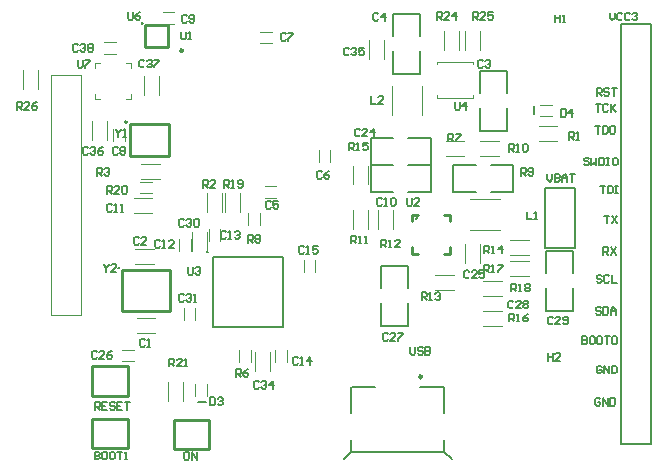
<source format=gto>
G04 Layer_Color=65535*
%FSLAX25Y25*%
%MOIN*%
G70*
G01*
G75*
%ADD42C,0.00800*%
%ADD45C,0.01000*%
%ADD48C,0.00700*%
%ADD85C,0.00984*%
%ADD86C,0.00500*%
%ADD87C,0.00472*%
%ADD88C,0.00787*%
%ADD89C,0.00600*%
D42*
X66200Y19700D02*
X68900D01*
X178200Y115600D02*
Y118300D01*
D45*
X69458Y69684D02*
G03*
X69458Y69684I-139J0D01*
G01*
X39897Y64342D02*
G03*
X39897Y64342I-220J0D01*
G01*
X42637Y113062D02*
G03*
X42637Y113062I-278J0D01*
G01*
X139200Y80917D02*
G03*
X139200Y80917I-220J0D01*
G01*
X61244Y136869D02*
G03*
X61244Y136869I-406J0D01*
G01*
X47776Y145932D02*
G03*
X47776Y145932I-98J0D01*
G01*
X31095Y21779D02*
Y31621D01*
X42906Y21779D02*
Y31621D01*
X31095Y21779D02*
X42906D01*
X31095Y31621D02*
X42906D01*
X58294Y3979D02*
Y13821D01*
X70105Y3979D02*
Y13821D01*
X58294Y3979D02*
X70105D01*
X58294Y13821D02*
X70105D01*
X40957Y50070D02*
Y63653D01*
Y50070D02*
X57098D01*
Y63653D01*
X40957D02*
X57098D01*
X43539Y101645D02*
Y112373D01*
Y101645D02*
X56827D01*
Y112373D01*
X43539D02*
X56827D01*
X150398Y69105D02*
Y71271D01*
X148429Y82196D02*
X150398D01*
Y80129D02*
Y82196D01*
X148429Y69105D02*
X150398D01*
X137701Y69204D02*
X139669D01*
X137602Y69302D02*
Y71271D01*
Y80129D02*
Y82196D01*
X139669D01*
X31095Y4279D02*
Y14121D01*
X42906Y4279D02*
Y14121D01*
X31095Y4279D02*
X42906D01*
X31095Y14121D02*
X42906D01*
X48760Y145243D02*
X56240D01*
X48760Y138157D02*
X56240D01*
X48760D02*
Y145243D01*
X56240Y138157D02*
Y145243D01*
D48*
X137100Y37999D02*
Y35917D01*
X137516Y35500D01*
X138350D01*
X138766Y35917D01*
Y37999D01*
X141265Y37583D02*
X140849Y37999D01*
X140016D01*
X139599Y37583D01*
Y37166D01*
X140016Y36750D01*
X140849D01*
X141265Y36333D01*
Y35917D01*
X140849Y35500D01*
X140016D01*
X139599Y35917D01*
X142098Y37999D02*
Y35500D01*
X143348D01*
X143764Y35917D01*
Y36333D01*
X143348Y36750D01*
X142098D01*
X143348D01*
X143764Y37166D01*
Y37583D01*
X143348Y37999D01*
X142098D01*
X48666Y40283D02*
X48250Y40699D01*
X47416D01*
X47000Y40283D01*
Y38616D01*
X47416Y38200D01*
X48250D01*
X48666Y38616D01*
X49499Y38200D02*
X50332D01*
X49916D01*
Y40699D01*
X49499Y40283D01*
X46666Y74283D02*
X46250Y74699D01*
X45417D01*
X45000Y74283D01*
Y72616D01*
X45417Y72200D01*
X46250D01*
X46666Y72616D01*
X49165Y72200D02*
X47499D01*
X49165Y73866D01*
Y74283D01*
X48749Y74699D01*
X47916D01*
X47499Y74283D01*
X161266Y133283D02*
X160850Y133699D01*
X160017D01*
X159600Y133283D01*
Y131616D01*
X160017Y131200D01*
X160850D01*
X161266Y131616D01*
X162099Y133283D02*
X162516Y133699D01*
X163349D01*
X163765Y133283D01*
Y132866D01*
X163349Y132450D01*
X162932D01*
X163349D01*
X163765Y132033D01*
Y131616D01*
X163349Y131200D01*
X162516D01*
X162099Y131616D01*
X126466Y148983D02*
X126050Y149399D01*
X125216D01*
X124800Y148983D01*
Y147317D01*
X125216Y146900D01*
X126050D01*
X126466Y147317D01*
X128549Y146900D02*
Y149399D01*
X127299Y148150D01*
X128965D01*
X90666Y86283D02*
X90250Y86699D01*
X89416D01*
X89000Y86283D01*
Y84617D01*
X89416Y84200D01*
X90250D01*
X90666Y84617D01*
X93165Y86699D02*
X91499D01*
Y85450D01*
X92332Y85866D01*
X92749D01*
X93165Y85450D01*
Y84617D01*
X92749Y84200D01*
X91916D01*
X91499Y84617D01*
X107666Y96283D02*
X107250Y96699D01*
X106416D01*
X106000Y96283D01*
Y94617D01*
X106416Y94200D01*
X107250D01*
X107666Y94617D01*
X110165Y96699D02*
X109332Y96283D01*
X108499Y95450D01*
Y94617D01*
X108916Y94200D01*
X109749D01*
X110165Y94617D01*
Y95033D01*
X109749Y95450D01*
X108499D01*
X95666Y142283D02*
X95250Y142699D01*
X94416D01*
X94000Y142283D01*
Y140617D01*
X94416Y140200D01*
X95250D01*
X95666Y140617D01*
X96499Y142699D02*
X98165D01*
Y142283D01*
X96499Y140617D01*
Y140200D01*
X39666Y104283D02*
X39250Y104699D01*
X38416D01*
X38000Y104283D01*
Y102617D01*
X38416Y102200D01*
X39250D01*
X39666Y102617D01*
X40499Y104283D02*
X40916Y104699D01*
X41749D01*
X42165Y104283D01*
Y103866D01*
X41749Y103450D01*
X42165Y103033D01*
Y102617D01*
X41749Y102200D01*
X40916D01*
X40499Y102617D01*
Y103033D01*
X40916Y103450D01*
X40499Y103866D01*
Y104283D01*
X40916Y103450D02*
X41749D01*
X62666Y148283D02*
X62250Y148699D01*
X61417D01*
X61000Y148283D01*
Y146616D01*
X61417Y146200D01*
X62250D01*
X62666Y146616D01*
X63499D02*
X63916Y146200D01*
X64749D01*
X65165Y146616D01*
Y148283D01*
X64749Y148699D01*
X63916D01*
X63499Y148283D01*
Y147866D01*
X63916Y147450D01*
X65165D01*
X127666Y87283D02*
X127250Y87699D01*
X126417D01*
X126000Y87283D01*
Y85616D01*
X126417Y85200D01*
X127250D01*
X127666Y85616D01*
X128499Y85200D02*
X129332D01*
X128916D01*
Y87699D01*
X128499Y87283D01*
X130582D02*
X130998Y87699D01*
X131831D01*
X132248Y87283D01*
Y85616D01*
X131831Y85200D01*
X130998D01*
X130582Y85616D01*
Y87283D01*
X37666Y85283D02*
X37250Y85699D01*
X36417D01*
X36000Y85283D01*
Y83617D01*
X36417Y83200D01*
X37250D01*
X37666Y83617D01*
X38499Y83200D02*
X39332D01*
X38916D01*
Y85699D01*
X38499Y85283D01*
X40582Y83200D02*
X41415D01*
X40998D01*
Y85699D01*
X40582Y85283D01*
X53666Y73283D02*
X53250Y73699D01*
X52416D01*
X52000Y73283D01*
Y71617D01*
X52416Y71200D01*
X53250D01*
X53666Y71617D01*
X54499Y71200D02*
X55332D01*
X54916D01*
Y73699D01*
X54499Y73283D01*
X58248Y71200D02*
X56582D01*
X58248Y72866D01*
Y73283D01*
X57831Y73699D01*
X56998D01*
X56582Y73283D01*
X75666Y76283D02*
X75250Y76699D01*
X74417D01*
X74000Y76283D01*
Y74616D01*
X74417Y74200D01*
X75250D01*
X75666Y74616D01*
X76499Y74200D02*
X77332D01*
X76916D01*
Y76699D01*
X76499Y76283D01*
X78582D02*
X78998Y76699D01*
X79831D01*
X80248Y76283D01*
Y75866D01*
X79831Y75450D01*
X79415D01*
X79831D01*
X80248Y75033D01*
Y74616D01*
X79831Y74200D01*
X78998D01*
X78582Y74616D01*
X99666Y34283D02*
X99250Y34699D01*
X98417D01*
X98000Y34283D01*
Y32616D01*
X98417Y32200D01*
X99250D01*
X99666Y32616D01*
X100499Y32200D02*
X101332D01*
X100916D01*
Y34699D01*
X100499Y34283D01*
X103831Y32200D02*
Y34699D01*
X102582Y33450D01*
X104248D01*
X101666Y71283D02*
X101250Y71699D01*
X100417D01*
X100000Y71283D01*
Y69617D01*
X100417Y69200D01*
X101250D01*
X101666Y69617D01*
X102499Y69200D02*
X103332D01*
X102916D01*
Y71699D01*
X102499Y71283D01*
X106248Y71699D02*
X104582D01*
Y70450D01*
X105415Y70866D01*
X105831D01*
X106248Y70450D01*
Y69617D01*
X105831Y69200D01*
X104998D01*
X104582Y69617D01*
X120266Y110483D02*
X119850Y110899D01*
X119017D01*
X118600Y110483D01*
Y108817D01*
X119017Y108400D01*
X119850D01*
X120266Y108817D01*
X122765Y108400D02*
X121099D01*
X122765Y110066D01*
Y110483D01*
X122349Y110899D01*
X121516D01*
X121099Y110483D01*
X124848Y108400D02*
Y110899D01*
X123598Y109650D01*
X125265D01*
X156766Y63183D02*
X156350Y63599D01*
X155517D01*
X155100Y63183D01*
Y61516D01*
X155517Y61100D01*
X156350D01*
X156766Y61516D01*
X159265Y61100D02*
X157599D01*
X159265Y62766D01*
Y63183D01*
X158849Y63599D01*
X158016D01*
X157599Y63183D01*
X161765Y63599D02*
X160098D01*
Y62350D01*
X160931Y62766D01*
X161348D01*
X161765Y62350D01*
Y61516D01*
X161348Y61100D01*
X160515D01*
X160098Y61516D01*
X32666Y36283D02*
X32250Y36699D01*
X31416D01*
X31000Y36283D01*
Y34617D01*
X31416Y34200D01*
X32250D01*
X32666Y34617D01*
X35165Y34200D02*
X33499D01*
X35165Y35866D01*
Y36283D01*
X34749Y36699D01*
X33916D01*
X33499Y36283D01*
X37664Y36699D02*
X36831Y36283D01*
X35998Y35450D01*
Y34617D01*
X36415Y34200D01*
X37248D01*
X37664Y34617D01*
Y35033D01*
X37248Y35450D01*
X35998D01*
X129666Y42283D02*
X129250Y42699D01*
X128417D01*
X128000Y42283D01*
Y40617D01*
X128417Y40200D01*
X129250D01*
X129666Y40617D01*
X132165Y40200D02*
X130499D01*
X132165Y41866D01*
Y42283D01*
X131749Y42699D01*
X130916D01*
X130499Y42283D01*
X132998Y42699D02*
X134664D01*
Y42283D01*
X132998Y40617D01*
Y40200D01*
X171466Y53083D02*
X171050Y53499D01*
X170217D01*
X169800Y53083D01*
Y51416D01*
X170217Y51000D01*
X171050D01*
X171466Y51416D01*
X173965Y51000D02*
X172299D01*
X173965Y52666D01*
Y53083D01*
X173549Y53499D01*
X172716D01*
X172299Y53083D01*
X174798D02*
X175215Y53499D01*
X176048D01*
X176464Y53083D01*
Y52666D01*
X176048Y52250D01*
X176464Y51833D01*
Y51416D01*
X176048Y51000D01*
X175215D01*
X174798Y51416D01*
Y51833D01*
X175215Y52250D01*
X174798Y52666D01*
Y53083D01*
X175215Y52250D02*
X176048D01*
X184666Y47783D02*
X184250Y48199D01*
X183416D01*
X183000Y47783D01*
Y46117D01*
X183416Y45700D01*
X184250D01*
X184666Y46117D01*
X187165Y45700D02*
X185499D01*
X187165Y47366D01*
Y47783D01*
X186749Y48199D01*
X185916D01*
X185499Y47783D01*
X187998Y46117D02*
X188415Y45700D01*
X189248D01*
X189664Y46117D01*
Y47783D01*
X189248Y48199D01*
X188415D01*
X187998Y47783D01*
Y47366D01*
X188415Y46950D01*
X189664D01*
X61666Y80283D02*
X61250Y80699D01*
X60417D01*
X60000Y80283D01*
Y78616D01*
X60417Y78200D01*
X61250D01*
X61666Y78616D01*
X62499Y80283D02*
X62916Y80699D01*
X63749D01*
X64165Y80283D01*
Y79866D01*
X63749Y79450D01*
X63332D01*
X63749D01*
X64165Y79033D01*
Y78616D01*
X63749Y78200D01*
X62916D01*
X62499Y78616D01*
X64998Y80283D02*
X65415Y80699D01*
X66248D01*
X66664Y80283D01*
Y78616D01*
X66248Y78200D01*
X65415D01*
X64998Y78616D01*
Y80283D01*
X61666Y55283D02*
X61250Y55699D01*
X60417D01*
X60000Y55283D01*
Y53616D01*
X60417Y53200D01*
X61250D01*
X61666Y53616D01*
X62499Y55283D02*
X62916Y55699D01*
X63749D01*
X64165Y55283D01*
Y54866D01*
X63749Y54450D01*
X63332D01*
X63749D01*
X64165Y54033D01*
Y53616D01*
X63749Y53200D01*
X62916D01*
X62499Y53616D01*
X64998Y53200D02*
X65831D01*
X65415D01*
Y55699D01*
X64998Y55283D01*
X86666Y26283D02*
X86250Y26699D01*
X85417D01*
X85000Y26283D01*
Y24617D01*
X85417Y24200D01*
X86250D01*
X86666Y24617D01*
X87499Y26283D02*
X87916Y26699D01*
X88749D01*
X89165Y26283D01*
Y25866D01*
X88749Y25450D01*
X88332D01*
X88749D01*
X89165Y25033D01*
Y24617D01*
X88749Y24200D01*
X87916D01*
X87499Y24617D01*
X91248Y24200D02*
Y26699D01*
X89998Y25450D01*
X91664D01*
X116666Y137383D02*
X116250Y137799D01*
X115417D01*
X115000Y137383D01*
Y135716D01*
X115417Y135300D01*
X116250D01*
X116666Y135716D01*
X117499Y137383D02*
X117916Y137799D01*
X118749D01*
X119165Y137383D01*
Y136966D01*
X118749Y136550D01*
X118332D01*
X118749D01*
X119165Y136133D01*
Y135716D01*
X118749Y135300D01*
X117916D01*
X117499Y135716D01*
X121665Y137799D02*
X119998D01*
Y136550D01*
X120831Y136966D01*
X121248D01*
X121665Y136550D01*
Y135716D01*
X121248Y135300D01*
X120415D01*
X119998Y135716D01*
X70400Y21299D02*
Y18800D01*
X71650D01*
X72066Y19217D01*
Y20883D01*
X71650Y21299D01*
X70400D01*
X72899Y20883D02*
X73316Y21299D01*
X74149D01*
X74565Y20883D01*
Y20466D01*
X74149Y20050D01*
X73732D01*
X74149D01*
X74565Y19633D01*
Y19217D01*
X74149Y18800D01*
X73316D01*
X72899Y19217D01*
X187300Y117399D02*
Y114900D01*
X188550D01*
X188966Y115316D01*
Y116983D01*
X188550Y117399D01*
X187300D01*
X191049Y114900D02*
Y117399D01*
X189799Y116150D01*
X191465D01*
X185500Y148899D02*
Y146400D01*
Y147650D01*
X187166D01*
Y148899D01*
Y146400D01*
X187999D02*
X188832D01*
X188416D01*
Y148899D01*
X187999Y148483D01*
X182900Y35999D02*
Y33500D01*
Y34750D01*
X184566D01*
Y35999D01*
Y33500D01*
X187065D02*
X185399D01*
X187065Y35166D01*
Y35583D01*
X186649Y35999D01*
X185816D01*
X185399Y35583D01*
X203600Y149499D02*
Y147833D01*
X204433Y147000D01*
X205266Y147833D01*
Y149499D01*
X207765Y149083D02*
X207349Y149499D01*
X206516D01*
X206099Y149083D01*
Y147416D01*
X206516Y147000D01*
X207349D01*
X207765Y147416D01*
X210264Y149083D02*
X209848Y149499D01*
X209015D01*
X208598Y149083D01*
Y147416D01*
X209015Y147000D01*
X209848D01*
X210264Y147416D01*
X211098Y149083D02*
X211514Y149499D01*
X212347D01*
X212764Y149083D01*
Y148666D01*
X212347Y148250D01*
X211931D01*
X212347D01*
X212764Y147833D01*
Y147416D01*
X212347Y147000D01*
X211514D01*
X211098Y147416D01*
X176000Y83199D02*
Y80700D01*
X177666D01*
X178499D02*
X179332D01*
X178916D01*
Y83199D01*
X178499Y82783D01*
X124000Y121699D02*
Y119200D01*
X125666D01*
X128165D02*
X126499D01*
X128165Y120866D01*
Y121283D01*
X127749Y121699D01*
X126916D01*
X126499Y121283D01*
X182700Y95699D02*
Y94033D01*
X183533Y93200D01*
X184366Y94033D01*
Y95699D01*
X185199D02*
Y93200D01*
X186449D01*
X186865Y93616D01*
Y94033D01*
X186449Y94450D01*
X185199D01*
X186449D01*
X186865Y94866D01*
Y95283D01*
X186449Y95699D01*
X185199D01*
X187698Y93200D02*
Y94866D01*
X188531Y95699D01*
X189365Y94866D01*
Y93200D01*
Y94450D01*
X187698D01*
X190198Y95699D02*
X191864D01*
X191031D01*
Y93200D01*
X190000Y107200D02*
Y109699D01*
X191250D01*
X191666Y109283D01*
Y108450D01*
X191250Y108033D01*
X190000D01*
X190833D02*
X191666Y107200D01*
X192499D02*
X193332D01*
X192916D01*
Y109699D01*
X192499Y109283D01*
X68000Y91200D02*
Y93699D01*
X69250D01*
X69666Y93283D01*
Y92450D01*
X69250Y92033D01*
X68000D01*
X68833D02*
X69666Y91200D01*
X72165D02*
X70499D01*
X72165Y92866D01*
Y93283D01*
X71749Y93699D01*
X70916D01*
X70499Y93283D01*
X32600Y95200D02*
Y97699D01*
X33850D01*
X34266Y97283D01*
Y96450D01*
X33850Y96033D01*
X32600D01*
X33433D02*
X34266Y95200D01*
X35099Y97283D02*
X35516Y97699D01*
X36349D01*
X36765Y97283D01*
Y96866D01*
X36349Y96450D01*
X35932D01*
X36349D01*
X36765Y96033D01*
Y95617D01*
X36349Y95200D01*
X35516D01*
X35099Y95617D01*
X79000Y28200D02*
Y30699D01*
X80250D01*
X80666Y30283D01*
Y29450D01*
X80250Y29033D01*
X79000D01*
X79833D02*
X80666Y28200D01*
X83165Y30699D02*
X82332Y30283D01*
X81499Y29450D01*
Y28616D01*
X81916Y28200D01*
X82749D01*
X83165Y28616D01*
Y29033D01*
X82749Y29450D01*
X81499D01*
X149808Y106722D02*
Y109221D01*
X151057D01*
X151474Y108805D01*
Y107972D01*
X151057Y107555D01*
X149808D01*
X150641D02*
X151474Y106722D01*
X152307Y109221D02*
X153973D01*
Y108805D01*
X152307Y107139D01*
Y106722D01*
X83000Y72900D02*
Y75399D01*
X84250D01*
X84666Y74983D01*
Y74150D01*
X84250Y73733D01*
X83000D01*
X83833D02*
X84666Y72900D01*
X85499Y74983D02*
X85916Y75399D01*
X86749D01*
X87165Y74983D01*
Y74566D01*
X86749Y74150D01*
X87165Y73733D01*
Y73317D01*
X86749Y72900D01*
X85916D01*
X85499Y73317D01*
Y73733D01*
X85916Y74150D01*
X85499Y74566D01*
Y74983D01*
X85916Y74150D02*
X86749D01*
X174000Y95200D02*
Y97699D01*
X175250D01*
X175666Y97283D01*
Y96450D01*
X175250Y96033D01*
X174000D01*
X174833D02*
X175666Y95200D01*
X176499Y95617D02*
X176916Y95200D01*
X177749D01*
X178165Y95617D01*
Y97283D01*
X177749Y97699D01*
X176916D01*
X176499Y97283D01*
Y96866D01*
X176916Y96450D01*
X178165D01*
X170000Y103200D02*
Y105699D01*
X171250D01*
X171666Y105283D01*
Y104450D01*
X171250Y104033D01*
X170000D01*
X170833D02*
X171666Y103200D01*
X172499D02*
X173332D01*
X172916D01*
Y105699D01*
X172499Y105283D01*
X174582D02*
X174998Y105699D01*
X175831D01*
X176248Y105283D01*
Y103616D01*
X175831Y103200D01*
X174998D01*
X174582Y103616D01*
Y105283D01*
X117400Y72700D02*
Y75199D01*
X118650D01*
X119066Y74783D01*
Y73950D01*
X118650Y73533D01*
X117400D01*
X118233D02*
X119066Y72700D01*
X119899D02*
X120732D01*
X120316D01*
Y75199D01*
X119899Y74783D01*
X121982Y72700D02*
X122815D01*
X122398D01*
Y75199D01*
X121982Y74783D01*
X127500Y71400D02*
Y73899D01*
X128750D01*
X129166Y73483D01*
Y72650D01*
X128750Y72233D01*
X127500D01*
X128333D02*
X129166Y71400D01*
X129999D02*
X130832D01*
X130416D01*
Y73899D01*
X129999Y73483D01*
X133748Y71400D02*
X132082D01*
X133748Y73066D01*
Y73483D01*
X133331Y73899D01*
X132498D01*
X132082Y73483D01*
X140900Y53800D02*
Y56299D01*
X142150D01*
X142566Y55883D01*
Y55050D01*
X142150Y54633D01*
X140900D01*
X141733D02*
X142566Y53800D01*
X143399D02*
X144232D01*
X143816D01*
Y56299D01*
X143399Y55883D01*
X145482D02*
X145898Y56299D01*
X146731D01*
X147148Y55883D01*
Y55466D01*
X146731Y55050D01*
X146315D01*
X146731D01*
X147148Y54633D01*
Y54216D01*
X146731Y53800D01*
X145898D01*
X145482Y54216D01*
X161800Y69400D02*
Y71899D01*
X163050D01*
X163466Y71483D01*
Y70650D01*
X163050Y70233D01*
X161800D01*
X162633D02*
X163466Y69400D01*
X164299D02*
X165132D01*
X164716D01*
Y71899D01*
X164299Y71483D01*
X167631Y69400D02*
Y71899D01*
X166382Y70650D01*
X168048D01*
X116600Y103700D02*
Y106199D01*
X117850D01*
X118266Y105783D01*
Y104950D01*
X117850Y104533D01*
X116600D01*
X117433D02*
X118266Y103700D01*
X119099D02*
X119932D01*
X119516D01*
Y106199D01*
X119099Y105783D01*
X122848Y106199D02*
X121182D01*
Y104950D01*
X122015Y105366D01*
X122431D01*
X122848Y104950D01*
Y104116D01*
X122431Y103700D01*
X121598D01*
X121182Y104116D01*
X170100Y46600D02*
Y49099D01*
X171350D01*
X171766Y48683D01*
Y47850D01*
X171350Y47433D01*
X170100D01*
X170933D02*
X171766Y46600D01*
X172599D02*
X173432D01*
X173016D01*
Y49099D01*
X172599Y48683D01*
X176348Y49099D02*
X175515Y48683D01*
X174682Y47850D01*
Y47017D01*
X175098Y46600D01*
X175931D01*
X176348Y47017D01*
Y47433D01*
X175931Y47850D01*
X174682D01*
X161600Y63000D02*
Y65499D01*
X162850D01*
X163266Y65083D01*
Y64250D01*
X162850Y63833D01*
X161600D01*
X162433D02*
X163266Y63000D01*
X164099D02*
X164932D01*
X164516D01*
Y65499D01*
X164099Y65083D01*
X166182Y65499D02*
X167848D01*
Y65083D01*
X166182Y63416D01*
Y63000D01*
X170800Y56600D02*
Y59099D01*
X172050D01*
X172466Y58683D01*
Y57850D01*
X172050Y57433D01*
X170800D01*
X171633D02*
X172466Y56600D01*
X173299D02*
X174132D01*
X173716D01*
Y59099D01*
X173299Y58683D01*
X175382D02*
X175798Y59099D01*
X176631D01*
X177048Y58683D01*
Y58266D01*
X176631Y57850D01*
X177048Y57433D01*
Y57016D01*
X176631Y56600D01*
X175798D01*
X175382Y57016D01*
Y57433D01*
X175798Y57850D01*
X175382Y58266D01*
Y58683D01*
X175798Y57850D02*
X176631D01*
X75000Y91200D02*
Y93699D01*
X76250D01*
X76666Y93283D01*
Y92450D01*
X76250Y92033D01*
X75000D01*
X75833D02*
X76666Y91200D01*
X77499D02*
X78332D01*
X77916D01*
Y93699D01*
X77499Y93283D01*
X79582Y91616D02*
X79998Y91200D01*
X80831D01*
X81248Y91616D01*
Y93283D01*
X80831Y93699D01*
X79998D01*
X79582Y93283D01*
Y92866D01*
X79998Y92450D01*
X81248D01*
X36000Y89200D02*
Y91699D01*
X37250D01*
X37666Y91283D01*
Y90450D01*
X37250Y90033D01*
X36000D01*
X36833D02*
X37666Y89200D01*
X40165D02*
X38499D01*
X40165Y90866D01*
Y91283D01*
X39749Y91699D01*
X38916D01*
X38499Y91283D01*
X40998D02*
X41415Y91699D01*
X42248D01*
X42665Y91283D01*
Y89617D01*
X42248Y89200D01*
X41415D01*
X40998Y89617D01*
Y91283D01*
X56800Y31700D02*
Y34199D01*
X58050D01*
X58466Y33783D01*
Y32950D01*
X58050Y32533D01*
X56800D01*
X57633D02*
X58466Y31700D01*
X60965D02*
X59299D01*
X60965Y33366D01*
Y33783D01*
X60549Y34199D01*
X59716D01*
X59299Y33783D01*
X61798Y31700D02*
X62631D01*
X62215D01*
Y34199D01*
X61798Y33783D01*
X146000Y147200D02*
Y149699D01*
X147250D01*
X147666Y149283D01*
Y148450D01*
X147250Y148033D01*
X146000D01*
X146833D02*
X147666Y147200D01*
X150165D02*
X148499D01*
X150165Y148866D01*
Y149283D01*
X149749Y149699D01*
X148916D01*
X148499Y149283D01*
X152248Y147200D02*
Y149699D01*
X150998Y148450D01*
X152664D01*
X158000Y147200D02*
Y149699D01*
X159250D01*
X159666Y149283D01*
Y148450D01*
X159250Y148033D01*
X158000D01*
X158833D02*
X159666Y147200D01*
X162165D02*
X160499D01*
X162165Y148866D01*
Y149283D01*
X161749Y149699D01*
X160916D01*
X160499Y149283D01*
X164664Y149699D02*
X162998D01*
Y148450D01*
X163831Y148866D01*
X164248D01*
X164664Y148450D01*
Y147617D01*
X164248Y147200D01*
X163415D01*
X162998Y147617D01*
X32000Y17200D02*
Y19699D01*
X33250D01*
X33666Y19283D01*
Y18450D01*
X33250Y18033D01*
X32000D01*
X32833D02*
X33666Y17200D01*
X36165Y19699D02*
X34499D01*
Y17200D01*
X36165D01*
X34499Y18450D02*
X35332D01*
X38664Y19283D02*
X38248Y19699D01*
X37415D01*
X36998Y19283D01*
Y18866D01*
X37415Y18450D01*
X38248D01*
X38664Y18033D01*
Y17616D01*
X38248Y17200D01*
X37415D01*
X36998Y17616D01*
X41164Y19699D02*
X39498D01*
Y17200D01*
X41164D01*
X39498Y18450D02*
X40331D01*
X41997Y19699D02*
X43663D01*
X42830D01*
Y17200D01*
X62950Y2999D02*
X62116D01*
X61700Y2583D01*
Y917D01*
X62116Y500D01*
X62950D01*
X63366Y917D01*
Y2583D01*
X62950Y2999D01*
X64199Y500D02*
Y2999D01*
X65865Y500D01*
Y2999D01*
X63000Y64699D02*
Y62616D01*
X63416Y62200D01*
X64250D01*
X64666Y62616D01*
Y64699D01*
X65499Y64283D02*
X65916Y64699D01*
X66749D01*
X67165Y64283D01*
Y63866D01*
X66749Y63450D01*
X66332D01*
X66749D01*
X67165Y63033D01*
Y62616D01*
X66749Y62200D01*
X65916D01*
X65499Y62616D01*
X152000Y119699D02*
Y117616D01*
X152417Y117200D01*
X153250D01*
X153666Y117616D01*
Y119699D01*
X155749Y117200D02*
Y119699D01*
X154499Y118450D01*
X156165D01*
X35000Y65699D02*
Y65283D01*
X35833Y64450D01*
X36666Y65283D01*
Y65699D01*
X35833Y64450D02*
Y63200D01*
X39165D02*
X37499D01*
X39165Y64866D01*
Y65283D01*
X38749Y65699D01*
X37916D01*
X37499Y65283D01*
X39000Y110699D02*
Y110283D01*
X39833Y109450D01*
X40666Y110283D01*
Y110699D01*
X39833Y109450D02*
Y108200D01*
X41499D02*
X42332D01*
X41916D01*
Y110699D01*
X41499Y110283D01*
X136000Y87699D02*
Y85616D01*
X136416Y85200D01*
X137250D01*
X137666Y85616D01*
Y87699D01*
X140165Y85200D02*
X138499D01*
X140165Y86866D01*
Y87283D01*
X139749Y87699D01*
X138916D01*
X138499Y87283D01*
X60600Y143099D02*
Y141016D01*
X61016Y140600D01*
X61850D01*
X62266Y141016D01*
Y143099D01*
X63099Y140600D02*
X63932D01*
X63516D01*
Y143099D01*
X63099Y142683D01*
X31900Y3099D02*
Y600D01*
X33150D01*
X33566Y1017D01*
Y1433D01*
X33150Y1850D01*
X31900D01*
X33150D01*
X33566Y2266D01*
Y2683D01*
X33150Y3099D01*
X31900D01*
X35649D02*
X34816D01*
X34399Y2683D01*
Y1017D01*
X34816Y600D01*
X35649D01*
X36065Y1017D01*
Y2683D01*
X35649Y3099D01*
X38148D02*
X37315D01*
X36898Y2683D01*
Y1017D01*
X37315Y600D01*
X38148D01*
X38565Y1017D01*
Y2683D01*
X38148Y3099D01*
X39398D02*
X41064D01*
X40231D01*
Y600D01*
X41897D02*
X42730D01*
X42313D01*
Y3099D01*
X41897Y2683D01*
X43000Y149699D02*
Y147617D01*
X43417Y147200D01*
X44250D01*
X44666Y147617D01*
Y149699D01*
X47165D02*
X46332Y149283D01*
X45499Y148450D01*
Y147617D01*
X45916Y147200D01*
X46749D01*
X47165Y147617D01*
Y148033D01*
X46749Y148450D01*
X45499D01*
X29666Y104283D02*
X29250Y104699D01*
X28416D01*
X28000Y104283D01*
Y102617D01*
X28416Y102200D01*
X29250D01*
X29666Y102617D01*
X30499Y104283D02*
X30916Y104699D01*
X31749D01*
X32165Y104283D01*
Y103866D01*
X31749Y103450D01*
X31332D01*
X31749D01*
X32165Y103033D01*
Y102617D01*
X31749Y102200D01*
X30916D01*
X30499Y102617D01*
X34664Y104699D02*
X33831Y104283D01*
X32998Y103450D01*
Y102617D01*
X33415Y102200D01*
X34248D01*
X34664Y102617D01*
Y103033D01*
X34248Y103450D01*
X32998D01*
X48489Y133342D02*
X48072Y133758D01*
X47239D01*
X46822Y133342D01*
Y131676D01*
X47239Y131259D01*
X48072D01*
X48489Y131676D01*
X49321Y133342D02*
X49738Y133758D01*
X50571D01*
X50988Y133342D01*
Y132925D01*
X50571Y132509D01*
X50155D01*
X50571D01*
X50988Y132092D01*
Y131676D01*
X50571Y131259D01*
X49738D01*
X49321Y131676D01*
X51821Y133758D02*
X53487D01*
Y133342D01*
X51821Y131676D01*
Y131259D01*
X26266Y138583D02*
X25850Y138999D01*
X25016D01*
X24600Y138583D01*
Y136916D01*
X25016Y136500D01*
X25850D01*
X26266Y136916D01*
X27099Y138583D02*
X27516Y138999D01*
X28349D01*
X28765Y138583D01*
Y138166D01*
X28349Y137750D01*
X27932D01*
X28349D01*
X28765Y137333D01*
Y136916D01*
X28349Y136500D01*
X27516D01*
X27099Y136916D01*
X29598Y138583D02*
X30015Y138999D01*
X30848D01*
X31264Y138583D01*
Y138166D01*
X30848Y137750D01*
X31264Y137333D01*
Y136916D01*
X30848Y136500D01*
X30015D01*
X29598Y136916D01*
Y137333D01*
X30015Y137750D01*
X29598Y138166D01*
Y138583D01*
X30015Y137750D02*
X30848D01*
X6000Y117200D02*
Y119699D01*
X7250D01*
X7666Y119283D01*
Y118450D01*
X7250Y118033D01*
X6000D01*
X6833D02*
X7666Y117200D01*
X10165D02*
X8499D01*
X10165Y118866D01*
Y119283D01*
X9749Y119699D01*
X8916D01*
X8499Y119283D01*
X12664Y119699D02*
X11831Y119283D01*
X10998Y118450D01*
Y117616D01*
X11415Y117200D01*
X12248D01*
X12664Y117616D01*
Y118033D01*
X12248Y118450D01*
X10998D01*
X26200Y133699D02*
Y131616D01*
X26616Y131200D01*
X27450D01*
X27866Y131616D01*
Y133699D01*
X28699D02*
X30365D01*
Y133283D01*
X28699Y131616D01*
Y131200D01*
D85*
X140992Y28192D02*
G03*
X140992Y28192I-492J0D01*
G01*
D86*
X117500Y16200D02*
Y24885D01*
Y3200D02*
Y7200D01*
X148500Y3200D02*
Y7200D01*
X117646Y24885D02*
X125500D01*
X140500D02*
X148354D01*
X117646Y3200D02*
X148354D01*
X148500Y16200D02*
Y24885D01*
Y3200D02*
X150980Y720D01*
X115020D02*
X117500Y3200D01*
D87*
X45850Y47700D02*
X52150D01*
X45850Y42700D02*
X52150D01*
X45350Y65700D02*
X51650D01*
X45350Y70700D02*
X51650D01*
X88532Y91590D02*
X92469D01*
X88532Y87810D02*
X92469D01*
X110390Y99731D02*
Y103668D01*
X106610Y99731D02*
Y103668D01*
X87032Y139310D02*
X90969D01*
X87032Y143090D02*
X90969D01*
X41890Y106731D02*
Y110669D01*
X38110Y106731D02*
Y110669D01*
X54532Y149590D02*
X58469D01*
X54532Y145810D02*
X58469D01*
X44850Y82700D02*
X51150D01*
X44850Y87700D02*
X51150D01*
X63890Y70231D02*
Y74168D01*
X60110Y70231D02*
Y74168D01*
X70010Y73532D02*
Y77469D01*
X73790Y73532D02*
Y77469D01*
X95890Y33231D02*
Y37168D01*
X92110Y33231D02*
Y37168D01*
X105290Y63131D02*
Y67068D01*
X101510Y63131D02*
Y67068D01*
X155500Y66050D02*
Y72350D01*
X160500Y66050D02*
Y72350D01*
X41032Y33310D02*
X44969D01*
X41032Y37090D02*
X44969D01*
X161350Y50200D02*
X167650D01*
X161350Y55200D02*
X167650D01*
X64500Y70050D02*
Y76350D01*
X69500Y70050D02*
Y76350D01*
X61610Y47232D02*
Y51169D01*
X65390Y47232D02*
Y51169D01*
X90500Y30050D02*
Y36350D01*
X85500Y30050D02*
Y36350D01*
X123500Y134050D02*
Y140350D01*
X128500Y134050D02*
Y140350D01*
X65491Y21832D02*
Y25769D01*
X69310Y21832D02*
Y25769D01*
X180332Y118809D02*
X184268D01*
X180332Y114991D02*
X184268D01*
X157079Y77121D02*
X166921D01*
X157079Y87279D02*
X166921D01*
X141079Y115279D02*
Y125121D01*
X130921Y115279D02*
Y125121D01*
X179850Y106700D02*
X186150D01*
X179850Y111700D02*
X186150D01*
X74500Y83050D02*
Y89350D01*
X69500Y83050D02*
Y89350D01*
X47350Y99200D02*
X53650D01*
X47350Y94200D02*
X53650D01*
X83890Y33231D02*
Y37168D01*
X80110Y33231D02*
Y37168D01*
X148850Y101700D02*
X155150D01*
X148850Y106700D02*
X155150D01*
X83110Y78732D02*
Y82669D01*
X86890Y78732D02*
Y82669D01*
X160350Y101700D02*
X166650D01*
X160350Y106700D02*
X166650D01*
X123000Y77550D02*
Y83850D01*
X118000Y77550D02*
Y83850D01*
X131500Y77550D02*
Y83850D01*
X126500Y77550D02*
Y83850D01*
X145350Y62200D02*
X151650D01*
X145350Y57200D02*
X151650D01*
X170350Y73700D02*
X176650D01*
X170350Y68700D02*
X176650D01*
X118000Y92250D02*
Y98550D01*
X123000Y92250D02*
Y98550D01*
X161350Y50200D02*
X167650D01*
X161350Y45200D02*
X167650D01*
X170350Y61700D02*
X176650D01*
X170350Y66700D02*
X176650D01*
X161350Y55200D02*
X167650D01*
X161350Y60200D02*
X167650D01*
X80500Y83050D02*
Y89350D01*
X75500Y83050D02*
Y89350D01*
X47032Y93090D02*
X50968D01*
X47032Y89310D02*
X50968D01*
X56500Y20050D02*
Y26350D01*
X61500Y20050D02*
Y26350D01*
X153500Y137050D02*
Y143350D01*
X148500Y137050D02*
Y143350D01*
X155500Y137050D02*
Y143350D01*
X160500Y137050D02*
Y143350D01*
X158024Y132358D02*
Y133224D01*
X145976D02*
X158024D01*
X145976Y132358D02*
Y133224D01*
X158024Y121176D02*
Y122043D01*
X145976Y121176D02*
X158024D01*
X145976D02*
Y122043D01*
X36000Y107050D02*
Y113350D01*
X31000Y107050D02*
Y113350D01*
X53500Y122050D02*
Y128350D01*
X48500Y122050D02*
Y128350D01*
X35032Y135810D02*
X38969D01*
X35032Y139590D02*
X38969D01*
X13000Y124050D02*
Y130350D01*
X8000Y124050D02*
Y130350D01*
X42213Y132606D02*
X43905D01*
Y130913D02*
Y132606D01*
X32094D02*
X33787D01*
X32094Y130913D02*
Y132606D01*
Y120794D02*
X33787D01*
X32094D02*
Y122487D01*
X42213Y120794D02*
X43905D01*
Y122487D01*
X27500Y48700D02*
Y128700D01*
X17500D02*
X27500D01*
X17500Y48700D02*
Y128700D01*
Y48700D02*
X27500D01*
D88*
X160500Y110200D02*
Y117700D01*
X169500Y110200D02*
Y117700D01*
Y122700D02*
Y130200D01*
X160500Y122700D02*
Y130200D01*
Y110200D02*
X169500D01*
X160500Y130200D02*
X169500D01*
X140500Y141700D02*
Y149200D01*
X131500Y141700D02*
Y149200D01*
Y129200D02*
Y136700D01*
X140500Y129200D02*
Y136700D01*
X131500Y149200D02*
X140500D01*
X131500Y129200D02*
X140500D01*
X136500Y89700D02*
X144000D01*
X136500Y98700D02*
X144000D01*
X124000D02*
X131500D01*
X124000Y89700D02*
X131500D01*
X144000D02*
Y98700D01*
X124000Y89700D02*
Y98700D01*
X136500D02*
X144000D01*
X136500Y107700D02*
X144000D01*
X124000D02*
X131500D01*
X124000Y98700D02*
X131500D01*
X144000D02*
Y107700D01*
X124000Y98700D02*
Y107700D01*
X127500Y45200D02*
Y52700D01*
X136500Y45200D02*
Y52700D01*
Y57700D02*
Y65200D01*
X127500Y57700D02*
Y65200D01*
Y45200D02*
X136500D01*
X127500Y65200D02*
X136500D01*
X191500Y62700D02*
Y70200D01*
X182500Y62700D02*
Y70200D01*
Y50200D02*
Y57700D01*
X191500Y50200D02*
Y57700D01*
X182500Y70200D02*
X191500D01*
X182500Y50200D02*
X191500D01*
X207500Y5700D02*
X217500D01*
X207500D02*
Y145700D01*
X217500D01*
Y138200D02*
Y145700D01*
Y5700D02*
Y138200D01*
X192000Y71200D02*
Y91200D01*
X182000D02*
X192000D01*
X182000Y71200D02*
Y91200D01*
Y71200D02*
X192000D01*
X151500Y98700D02*
X159000D01*
X151500Y89700D02*
X159000D01*
X164000D02*
X171500D01*
X164000Y98700D02*
X171500D01*
X151500Y89700D02*
Y98700D01*
X171500Y89700D02*
Y98700D01*
D89*
X71287Y44586D02*
X94614D01*
Y67913D01*
X71287D02*
X94614D01*
X71287Y44586D02*
Y67913D01*
X196666Y100783D02*
X196250Y101199D01*
X195416D01*
X195000Y100783D01*
Y100366D01*
X195416Y99950D01*
X196250D01*
X196666Y99533D01*
Y99116D01*
X196250Y98700D01*
X195416D01*
X195000Y99116D01*
X197499Y101199D02*
Y98700D01*
X198332Y99533D01*
X199165Y98700D01*
Y101199D01*
X199998D02*
Y98700D01*
X201248D01*
X201664Y99116D01*
Y100783D01*
X201248Y101199D01*
X199998D01*
X202498D02*
X203331D01*
X202914D01*
Y98700D01*
X202498D01*
X203331D01*
X205830Y101199D02*
X204997D01*
X204580Y100783D01*
Y99116D01*
X204997Y98700D01*
X205830D01*
X206246Y99116D01*
Y100783D01*
X205830Y101199D01*
X200666Y50983D02*
X200250Y51399D01*
X199416D01*
X199000Y50983D01*
Y50566D01*
X199416Y50150D01*
X200250D01*
X200666Y49733D01*
Y49316D01*
X200250Y48900D01*
X199416D01*
X199000Y49316D01*
X201499Y51399D02*
Y48900D01*
X202749D01*
X203165Y49316D01*
Y50983D01*
X202749Y51399D01*
X201499D01*
X203998Y48900D02*
Y50566D01*
X204831Y51399D01*
X205664Y50566D01*
Y48900D01*
Y50150D01*
X203998D01*
X200866Y31383D02*
X200450Y31799D01*
X199617D01*
X199200Y31383D01*
Y29717D01*
X199617Y29300D01*
X200450D01*
X200866Y29717D01*
Y30550D01*
X200033D01*
X201699Y29300D02*
Y31799D01*
X203365Y29300D01*
Y31799D01*
X204198D02*
Y29300D01*
X205448D01*
X205865Y29717D01*
Y31383D01*
X205448Y31799D01*
X204198D01*
X200466Y20602D02*
X200050Y21019D01*
X199216D01*
X198800Y20602D01*
Y18936D01*
X199216Y18519D01*
X200050D01*
X200466Y18936D01*
Y19769D01*
X199633D01*
X201299Y18519D02*
Y21019D01*
X202965Y18519D01*
Y21019D01*
X203798D02*
Y18519D01*
X205048D01*
X205465Y18936D01*
Y20602D01*
X205048Y21019D01*
X203798D01*
X199200Y121900D02*
Y124399D01*
X200450D01*
X200866Y123983D01*
Y123150D01*
X200450Y122733D01*
X199200D01*
X200033D02*
X200866Y121900D01*
X203365Y123983D02*
X202949Y124399D01*
X202116D01*
X201699Y123983D01*
Y123566D01*
X202116Y123150D01*
X202949D01*
X203365Y122733D01*
Y122317D01*
X202949Y121900D01*
X202116D01*
X201699Y122317D01*
X204198Y124399D02*
X205865D01*
X205031D01*
Y121900D01*
X198900Y118999D02*
X200566D01*
X199733D01*
Y116500D01*
X203065Y118583D02*
X202649Y118999D01*
X201816D01*
X201399Y118583D01*
Y116917D01*
X201816Y116500D01*
X202649D01*
X203065Y116917D01*
X203898Y118999D02*
Y116500D01*
Y117333D01*
X205564Y118999D01*
X204315Y117750D01*
X205564Y116500D01*
X198700Y111699D02*
X200366D01*
X199533D01*
Y109200D01*
X201199Y111699D02*
Y109200D01*
X202449D01*
X202865Y109616D01*
Y111283D01*
X202449Y111699D01*
X201199D01*
X204948D02*
X204115D01*
X203698Y111283D01*
Y109616D01*
X204115Y109200D01*
X204948D01*
X205364Y109616D01*
Y111283D01*
X204948Y111699D01*
X200400Y91899D02*
X202066D01*
X201233D01*
Y89400D01*
X202899Y91899D02*
Y89400D01*
X204149D01*
X204565Y89816D01*
Y91483D01*
X204149Y91899D01*
X202899D01*
X205398D02*
X206231D01*
X205815D01*
Y89400D01*
X205398D01*
X206231D01*
X201800Y81799D02*
X203466D01*
X202633D01*
Y79300D01*
X204299Y81799D02*
X205965Y79300D01*
Y81799D02*
X204299Y79300D01*
X201500Y68900D02*
Y71399D01*
X202750D01*
X203166Y70983D01*
Y70150D01*
X202750Y69733D01*
X201500D01*
X202333D02*
X203166Y68900D01*
X203999Y71399D02*
X205665Y68900D01*
Y71399D02*
X203999Y68900D01*
X200866Y61583D02*
X200450Y61999D01*
X199617D01*
X199200Y61583D01*
Y61166D01*
X199617Y60750D01*
X200450D01*
X200866Y60333D01*
Y59917D01*
X200450Y59500D01*
X199617D01*
X199200Y59917D01*
X203365Y61583D02*
X202949Y61999D01*
X202116D01*
X201699Y61583D01*
Y59917D01*
X202116Y59500D01*
X202949D01*
X203365Y59917D01*
X204198Y61999D02*
Y59500D01*
X205865D01*
X194400Y41599D02*
Y39100D01*
X195650D01*
X196066Y39516D01*
Y39933D01*
X195650Y40350D01*
X194400D01*
X195650D01*
X196066Y40766D01*
Y41183D01*
X195650Y41599D01*
X194400D01*
X198149D02*
X197316D01*
X196899Y41183D01*
Y39516D01*
X197316Y39100D01*
X198149D01*
X198565Y39516D01*
Y41183D01*
X198149Y41599D01*
X200648D02*
X199815D01*
X199398Y41183D01*
Y39516D01*
X199815Y39100D01*
X200648D01*
X201064Y39516D01*
Y41183D01*
X200648Y41599D01*
X201898D02*
X203564D01*
X202731D01*
Y39100D01*
X204397Y41183D02*
X204813Y41599D01*
X205646D01*
X206063Y41183D01*
Y39516D01*
X205646Y39100D01*
X204813D01*
X204397Y39516D01*
Y41183D01*
M02*

</source>
